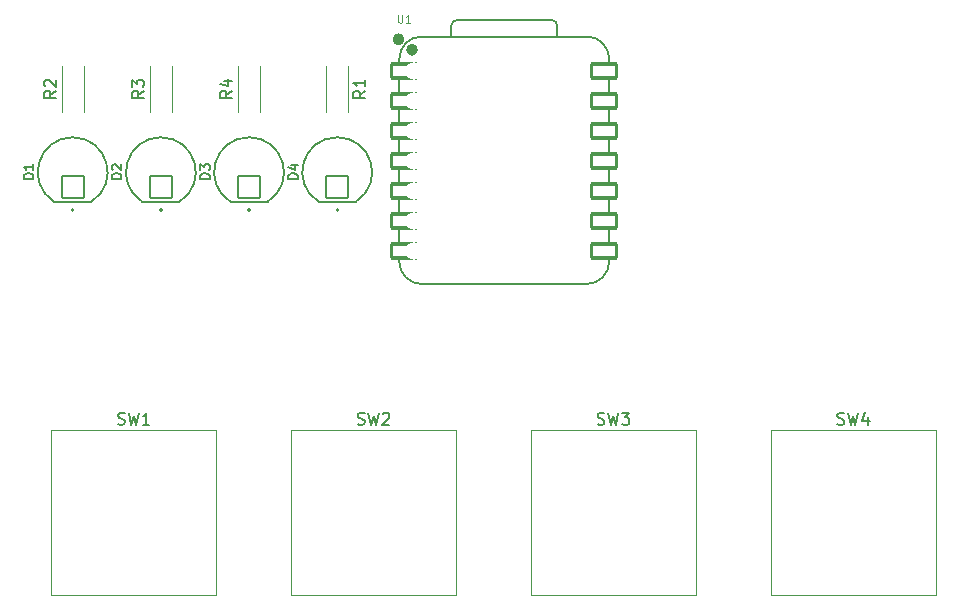
<source format=gbr>
%TF.GenerationSoftware,KiCad,Pcbnew,8.0.8*%
%TF.CreationDate,2025-07-03T12:07:37-04:00*%
%TF.ProjectId,pathfinder,70617468-6669-46e6-9465-722e6b696361,rev?*%
%TF.SameCoordinates,Original*%
%TF.FileFunction,Legend,Top*%
%TF.FilePolarity,Positive*%
%FSLAX46Y46*%
G04 Gerber Fmt 4.6, Leading zero omitted, Abs format (unit mm)*
G04 Created by KiCad (PCBNEW 8.0.8) date 2025-07-03 12:07:37*
%MOMM*%
%LPD*%
G01*
G04 APERTURE LIST*
G04 Aperture macros list*
%AMRoundRect*
0 Rectangle with rounded corners*
0 $1 Rounding radius*
0 $2 $3 $4 $5 $6 $7 $8 $9 X,Y pos of 4 corners*
0 Add a 4 corners polygon primitive as box body*
4,1,4,$2,$3,$4,$5,$6,$7,$8,$9,$2,$3,0*
0 Add four circle primitives for the rounded corners*
1,1,$1+$1,$2,$3*
1,1,$1+$1,$4,$5*
1,1,$1+$1,$6,$7*
1,1,$1+$1,$8,$9*
0 Add four rect primitives between the rounded corners*
20,1,$1+$1,$2,$3,$4,$5,0*
20,1,$1+$1,$4,$5,$6,$7,0*
20,1,$1+$1,$6,$7,$8,$9,0*
20,1,$1+$1,$8,$9,$2,$3,0*%
G04 Aperture macros list end*
%ADD10C,0.150000*%
%ADD11C,0.101600*%
%ADD12C,0.127000*%
%ADD13C,0.200000*%
%ADD14C,0.120000*%
%ADD15C,0.100000*%
%ADD16C,0.504000*%
%ADD17C,2.019000*%
%ADD18RoundRect,0.102000X0.907500X-0.907500X0.907500X0.907500X-0.907500X0.907500X-0.907500X-0.907500X0*%
%ADD19C,1.700000*%
%ADD20C,4.000000*%
%ADD21C,2.200000*%
%ADD22C,1.400000*%
%ADD23O,1.400000X1.400000*%
%ADD24RoundRect,0.152400X1.063600X0.609600X-1.063600X0.609600X-1.063600X-0.609600X1.063600X-0.609600X0*%
%ADD25C,1.524000*%
%ADD26RoundRect,0.152400X-1.063600X-0.609600X1.063600X-0.609600X1.063600X0.609600X-1.063600X0.609600X0*%
G04 APERTURE END LIST*
D10*
X95534295Y-76130475D02*
X94734295Y-76130475D01*
X94734295Y-76130475D02*
X94734295Y-75939999D01*
X94734295Y-75939999D02*
X94772390Y-75825713D01*
X94772390Y-75825713D02*
X94848580Y-75749523D01*
X94848580Y-75749523D02*
X94924771Y-75711428D01*
X94924771Y-75711428D02*
X95077152Y-75673332D01*
X95077152Y-75673332D02*
X95191438Y-75673332D01*
X95191438Y-75673332D02*
X95343819Y-75711428D01*
X95343819Y-75711428D02*
X95420009Y-75749523D01*
X95420009Y-75749523D02*
X95496200Y-75825713D01*
X95496200Y-75825713D02*
X95534295Y-75939999D01*
X95534295Y-75939999D02*
X95534295Y-76130475D01*
X95000961Y-74987618D02*
X95534295Y-74987618D01*
X94696200Y-75178094D02*
X95267628Y-75368571D01*
X95267628Y-75368571D02*
X95267628Y-74873332D01*
X100623333Y-96903200D02*
X100766190Y-96950819D01*
X100766190Y-96950819D02*
X101004285Y-96950819D01*
X101004285Y-96950819D02*
X101099523Y-96903200D01*
X101099523Y-96903200D02*
X101147142Y-96855580D01*
X101147142Y-96855580D02*
X101194761Y-96760342D01*
X101194761Y-96760342D02*
X101194761Y-96665104D01*
X101194761Y-96665104D02*
X101147142Y-96569866D01*
X101147142Y-96569866D02*
X101099523Y-96522247D01*
X101099523Y-96522247D02*
X101004285Y-96474628D01*
X101004285Y-96474628D02*
X100813809Y-96427009D01*
X100813809Y-96427009D02*
X100718571Y-96379390D01*
X100718571Y-96379390D02*
X100670952Y-96331771D01*
X100670952Y-96331771D02*
X100623333Y-96236533D01*
X100623333Y-96236533D02*
X100623333Y-96141295D01*
X100623333Y-96141295D02*
X100670952Y-96046057D01*
X100670952Y-96046057D02*
X100718571Y-95998438D01*
X100718571Y-95998438D02*
X100813809Y-95950819D01*
X100813809Y-95950819D02*
X101051904Y-95950819D01*
X101051904Y-95950819D02*
X101194761Y-95998438D01*
X101528095Y-95950819D02*
X101766190Y-96950819D01*
X101766190Y-96950819D02*
X101956666Y-96236533D01*
X101956666Y-96236533D02*
X102147142Y-96950819D01*
X102147142Y-96950819D02*
X102385238Y-95950819D01*
X102718571Y-96046057D02*
X102766190Y-95998438D01*
X102766190Y-95998438D02*
X102861428Y-95950819D01*
X102861428Y-95950819D02*
X103099523Y-95950819D01*
X103099523Y-95950819D02*
X103194761Y-95998438D01*
X103194761Y-95998438D02*
X103242380Y-96046057D01*
X103242380Y-96046057D02*
X103289999Y-96141295D01*
X103289999Y-96141295D02*
X103289999Y-96236533D01*
X103289999Y-96236533D02*
X103242380Y-96379390D01*
X103242380Y-96379390D02*
X102670952Y-96950819D01*
X102670952Y-96950819D02*
X103289999Y-96950819D01*
X120929999Y-96903200D02*
X121072856Y-96950819D01*
X121072856Y-96950819D02*
X121310951Y-96950819D01*
X121310951Y-96950819D02*
X121406189Y-96903200D01*
X121406189Y-96903200D02*
X121453808Y-96855580D01*
X121453808Y-96855580D02*
X121501427Y-96760342D01*
X121501427Y-96760342D02*
X121501427Y-96665104D01*
X121501427Y-96665104D02*
X121453808Y-96569866D01*
X121453808Y-96569866D02*
X121406189Y-96522247D01*
X121406189Y-96522247D02*
X121310951Y-96474628D01*
X121310951Y-96474628D02*
X121120475Y-96427009D01*
X121120475Y-96427009D02*
X121025237Y-96379390D01*
X121025237Y-96379390D02*
X120977618Y-96331771D01*
X120977618Y-96331771D02*
X120929999Y-96236533D01*
X120929999Y-96236533D02*
X120929999Y-96141295D01*
X120929999Y-96141295D02*
X120977618Y-96046057D01*
X120977618Y-96046057D02*
X121025237Y-95998438D01*
X121025237Y-95998438D02*
X121120475Y-95950819D01*
X121120475Y-95950819D02*
X121358570Y-95950819D01*
X121358570Y-95950819D02*
X121501427Y-95998438D01*
X121834761Y-95950819D02*
X122072856Y-96950819D01*
X122072856Y-96950819D02*
X122263332Y-96236533D01*
X122263332Y-96236533D02*
X122453808Y-96950819D01*
X122453808Y-96950819D02*
X122691904Y-95950819D01*
X122977618Y-95950819D02*
X123596665Y-95950819D01*
X123596665Y-95950819D02*
X123263332Y-96331771D01*
X123263332Y-96331771D02*
X123406189Y-96331771D01*
X123406189Y-96331771D02*
X123501427Y-96379390D01*
X123501427Y-96379390D02*
X123549046Y-96427009D01*
X123549046Y-96427009D02*
X123596665Y-96522247D01*
X123596665Y-96522247D02*
X123596665Y-96760342D01*
X123596665Y-96760342D02*
X123549046Y-96855580D01*
X123549046Y-96855580D02*
X123501427Y-96903200D01*
X123501427Y-96903200D02*
X123406189Y-96950819D01*
X123406189Y-96950819D02*
X123120475Y-96950819D01*
X123120475Y-96950819D02*
X123025237Y-96903200D01*
X123025237Y-96903200D02*
X122977618Y-96855580D01*
X141236667Y-96903200D02*
X141379524Y-96950819D01*
X141379524Y-96950819D02*
X141617619Y-96950819D01*
X141617619Y-96950819D02*
X141712857Y-96903200D01*
X141712857Y-96903200D02*
X141760476Y-96855580D01*
X141760476Y-96855580D02*
X141808095Y-96760342D01*
X141808095Y-96760342D02*
X141808095Y-96665104D01*
X141808095Y-96665104D02*
X141760476Y-96569866D01*
X141760476Y-96569866D02*
X141712857Y-96522247D01*
X141712857Y-96522247D02*
X141617619Y-96474628D01*
X141617619Y-96474628D02*
X141427143Y-96427009D01*
X141427143Y-96427009D02*
X141331905Y-96379390D01*
X141331905Y-96379390D02*
X141284286Y-96331771D01*
X141284286Y-96331771D02*
X141236667Y-96236533D01*
X141236667Y-96236533D02*
X141236667Y-96141295D01*
X141236667Y-96141295D02*
X141284286Y-96046057D01*
X141284286Y-96046057D02*
X141331905Y-95998438D01*
X141331905Y-95998438D02*
X141427143Y-95950819D01*
X141427143Y-95950819D02*
X141665238Y-95950819D01*
X141665238Y-95950819D02*
X141808095Y-95998438D01*
X142141429Y-95950819D02*
X142379524Y-96950819D01*
X142379524Y-96950819D02*
X142570000Y-96236533D01*
X142570000Y-96236533D02*
X142760476Y-96950819D01*
X142760476Y-96950819D02*
X142998572Y-95950819D01*
X143808095Y-96284152D02*
X143808095Y-96950819D01*
X143570000Y-95903200D02*
X143331905Y-96617485D01*
X143331905Y-96617485D02*
X143950952Y-96617485D01*
X101254819Y-68696666D02*
X100778628Y-69029999D01*
X101254819Y-69268094D02*
X100254819Y-69268094D01*
X100254819Y-69268094D02*
X100254819Y-68887142D01*
X100254819Y-68887142D02*
X100302438Y-68791904D01*
X100302438Y-68791904D02*
X100350057Y-68744285D01*
X100350057Y-68744285D02*
X100445295Y-68696666D01*
X100445295Y-68696666D02*
X100588152Y-68696666D01*
X100588152Y-68696666D02*
X100683390Y-68744285D01*
X100683390Y-68744285D02*
X100731009Y-68791904D01*
X100731009Y-68791904D02*
X100778628Y-68887142D01*
X100778628Y-68887142D02*
X100778628Y-69268094D01*
X101254819Y-67744285D02*
X101254819Y-68315713D01*
X101254819Y-68029999D02*
X100254819Y-68029999D01*
X100254819Y-68029999D02*
X100397676Y-68125237D01*
X100397676Y-68125237D02*
X100492914Y-68220475D01*
X100492914Y-68220475D02*
X100540533Y-68315713D01*
X75074819Y-68696666D02*
X74598628Y-69029999D01*
X75074819Y-69268094D02*
X74074819Y-69268094D01*
X74074819Y-69268094D02*
X74074819Y-68887142D01*
X74074819Y-68887142D02*
X74122438Y-68791904D01*
X74122438Y-68791904D02*
X74170057Y-68744285D01*
X74170057Y-68744285D02*
X74265295Y-68696666D01*
X74265295Y-68696666D02*
X74408152Y-68696666D01*
X74408152Y-68696666D02*
X74503390Y-68744285D01*
X74503390Y-68744285D02*
X74551009Y-68791904D01*
X74551009Y-68791904D02*
X74598628Y-68887142D01*
X74598628Y-68887142D02*
X74598628Y-69268094D01*
X74170057Y-68315713D02*
X74122438Y-68268094D01*
X74122438Y-68268094D02*
X74074819Y-68172856D01*
X74074819Y-68172856D02*
X74074819Y-67934761D01*
X74074819Y-67934761D02*
X74122438Y-67839523D01*
X74122438Y-67839523D02*
X74170057Y-67791904D01*
X74170057Y-67791904D02*
X74265295Y-67744285D01*
X74265295Y-67744285D02*
X74360533Y-67744285D01*
X74360533Y-67744285D02*
X74503390Y-67791904D01*
X74503390Y-67791904D02*
X75074819Y-68363332D01*
X75074819Y-68363332D02*
X75074819Y-67744285D01*
X73138977Y-76130475D02*
X72338977Y-76130475D01*
X72338977Y-76130475D02*
X72338977Y-75939999D01*
X72338977Y-75939999D02*
X72377072Y-75825713D01*
X72377072Y-75825713D02*
X72453262Y-75749523D01*
X72453262Y-75749523D02*
X72529453Y-75711428D01*
X72529453Y-75711428D02*
X72681834Y-75673332D01*
X72681834Y-75673332D02*
X72796120Y-75673332D01*
X72796120Y-75673332D02*
X72948501Y-75711428D01*
X72948501Y-75711428D02*
X73024691Y-75749523D01*
X73024691Y-75749523D02*
X73100882Y-75825713D01*
X73100882Y-75825713D02*
X73138977Y-75939999D01*
X73138977Y-75939999D02*
X73138977Y-76130475D01*
X73138977Y-74911428D02*
X73138977Y-75368571D01*
X73138977Y-75139999D02*
X72338977Y-75139999D01*
X72338977Y-75139999D02*
X72453262Y-75216190D01*
X72453262Y-75216190D02*
X72529453Y-75292380D01*
X72529453Y-75292380D02*
X72567548Y-75368571D01*
X89968151Y-68696666D02*
X89491960Y-69029999D01*
X89968151Y-69268094D02*
X88968151Y-69268094D01*
X88968151Y-69268094D02*
X88968151Y-68887142D01*
X88968151Y-68887142D02*
X89015770Y-68791904D01*
X89015770Y-68791904D02*
X89063389Y-68744285D01*
X89063389Y-68744285D02*
X89158627Y-68696666D01*
X89158627Y-68696666D02*
X89301484Y-68696666D01*
X89301484Y-68696666D02*
X89396722Y-68744285D01*
X89396722Y-68744285D02*
X89444341Y-68791904D01*
X89444341Y-68791904D02*
X89491960Y-68887142D01*
X89491960Y-68887142D02*
X89491960Y-69268094D01*
X89301484Y-67839523D02*
X89968151Y-67839523D01*
X88920532Y-68077618D02*
X89634817Y-68315713D01*
X89634817Y-68315713D02*
X89634817Y-67696666D01*
X80316667Y-96903200D02*
X80459524Y-96950819D01*
X80459524Y-96950819D02*
X80697619Y-96950819D01*
X80697619Y-96950819D02*
X80792857Y-96903200D01*
X80792857Y-96903200D02*
X80840476Y-96855580D01*
X80840476Y-96855580D02*
X80888095Y-96760342D01*
X80888095Y-96760342D02*
X80888095Y-96665104D01*
X80888095Y-96665104D02*
X80840476Y-96569866D01*
X80840476Y-96569866D02*
X80792857Y-96522247D01*
X80792857Y-96522247D02*
X80697619Y-96474628D01*
X80697619Y-96474628D02*
X80507143Y-96427009D01*
X80507143Y-96427009D02*
X80411905Y-96379390D01*
X80411905Y-96379390D02*
X80364286Y-96331771D01*
X80364286Y-96331771D02*
X80316667Y-96236533D01*
X80316667Y-96236533D02*
X80316667Y-96141295D01*
X80316667Y-96141295D02*
X80364286Y-96046057D01*
X80364286Y-96046057D02*
X80411905Y-95998438D01*
X80411905Y-95998438D02*
X80507143Y-95950819D01*
X80507143Y-95950819D02*
X80745238Y-95950819D01*
X80745238Y-95950819D02*
X80888095Y-95998438D01*
X81221429Y-95950819D02*
X81459524Y-96950819D01*
X81459524Y-96950819D02*
X81650000Y-96236533D01*
X81650000Y-96236533D02*
X81840476Y-96950819D01*
X81840476Y-96950819D02*
X82078572Y-95950819D01*
X82983333Y-96950819D02*
X82411905Y-96950819D01*
X82697619Y-96950819D02*
X82697619Y-95950819D01*
X82697619Y-95950819D02*
X82602381Y-96093676D01*
X82602381Y-96093676D02*
X82507143Y-96188914D01*
X82507143Y-96188914D02*
X82411905Y-96236533D01*
X80604083Y-76130475D02*
X79804083Y-76130475D01*
X79804083Y-76130475D02*
X79804083Y-75939999D01*
X79804083Y-75939999D02*
X79842178Y-75825713D01*
X79842178Y-75825713D02*
X79918368Y-75749523D01*
X79918368Y-75749523D02*
X79994559Y-75711428D01*
X79994559Y-75711428D02*
X80146940Y-75673332D01*
X80146940Y-75673332D02*
X80261226Y-75673332D01*
X80261226Y-75673332D02*
X80413607Y-75711428D01*
X80413607Y-75711428D02*
X80489797Y-75749523D01*
X80489797Y-75749523D02*
X80565988Y-75825713D01*
X80565988Y-75825713D02*
X80604083Y-75939999D01*
X80604083Y-75939999D02*
X80604083Y-76130475D01*
X79880273Y-75368571D02*
X79842178Y-75330475D01*
X79842178Y-75330475D02*
X79804083Y-75254285D01*
X79804083Y-75254285D02*
X79804083Y-75063809D01*
X79804083Y-75063809D02*
X79842178Y-74987618D01*
X79842178Y-74987618D02*
X79880273Y-74949523D01*
X79880273Y-74949523D02*
X79956464Y-74911428D01*
X79956464Y-74911428D02*
X80032654Y-74911428D01*
X80032654Y-74911428D02*
X80146940Y-74949523D01*
X80146940Y-74949523D02*
X80604083Y-75406666D01*
X80604083Y-75406666D02*
X80604083Y-74911428D01*
D11*
X104036190Y-62283479D02*
X104036190Y-62797526D01*
X104036190Y-62797526D02*
X104066428Y-62858002D01*
X104066428Y-62858002D02*
X104096666Y-62888241D01*
X104096666Y-62888241D02*
X104157142Y-62918479D01*
X104157142Y-62918479D02*
X104278095Y-62918479D01*
X104278095Y-62918479D02*
X104338571Y-62888241D01*
X104338571Y-62888241D02*
X104368809Y-62858002D01*
X104368809Y-62858002D02*
X104399047Y-62797526D01*
X104399047Y-62797526D02*
X104399047Y-62283479D01*
X105034047Y-62918479D02*
X104671190Y-62918479D01*
X104852618Y-62918479D02*
X104852618Y-62283479D01*
X104852618Y-62283479D02*
X104792142Y-62374193D01*
X104792142Y-62374193D02*
X104731666Y-62434669D01*
X104731666Y-62434669D02*
X104671190Y-62464907D01*
D10*
X82521485Y-68696666D02*
X82045294Y-69029999D01*
X82521485Y-69268094D02*
X81521485Y-69268094D01*
X81521485Y-69268094D02*
X81521485Y-68887142D01*
X81521485Y-68887142D02*
X81569104Y-68791904D01*
X81569104Y-68791904D02*
X81616723Y-68744285D01*
X81616723Y-68744285D02*
X81711961Y-68696666D01*
X81711961Y-68696666D02*
X81854818Y-68696666D01*
X81854818Y-68696666D02*
X81950056Y-68744285D01*
X81950056Y-68744285D02*
X81997675Y-68791904D01*
X81997675Y-68791904D02*
X82045294Y-68887142D01*
X82045294Y-68887142D02*
X82045294Y-69268094D01*
X81521485Y-68363332D02*
X81521485Y-67744285D01*
X81521485Y-67744285D02*
X81902437Y-68077618D01*
X81902437Y-68077618D02*
X81902437Y-67934761D01*
X81902437Y-67934761D02*
X81950056Y-67839523D01*
X81950056Y-67839523D02*
X81997675Y-67791904D01*
X81997675Y-67791904D02*
X82092913Y-67744285D01*
X82092913Y-67744285D02*
X82331008Y-67744285D01*
X82331008Y-67744285D02*
X82426246Y-67791904D01*
X82426246Y-67791904D02*
X82473866Y-67839523D01*
X82473866Y-67839523D02*
X82521485Y-67934761D01*
X82521485Y-67934761D02*
X82521485Y-68220475D01*
X82521485Y-68220475D02*
X82473866Y-68315713D01*
X82473866Y-68315713D02*
X82426246Y-68363332D01*
X88069189Y-76130475D02*
X87269189Y-76130475D01*
X87269189Y-76130475D02*
X87269189Y-75939999D01*
X87269189Y-75939999D02*
X87307284Y-75825713D01*
X87307284Y-75825713D02*
X87383474Y-75749523D01*
X87383474Y-75749523D02*
X87459665Y-75711428D01*
X87459665Y-75711428D02*
X87612046Y-75673332D01*
X87612046Y-75673332D02*
X87726332Y-75673332D01*
X87726332Y-75673332D02*
X87878713Y-75711428D01*
X87878713Y-75711428D02*
X87954903Y-75749523D01*
X87954903Y-75749523D02*
X88031094Y-75825713D01*
X88031094Y-75825713D02*
X88069189Y-75939999D01*
X88069189Y-75939999D02*
X88069189Y-76130475D01*
X87269189Y-75406666D02*
X87269189Y-74911428D01*
X87269189Y-74911428D02*
X87573951Y-75178094D01*
X87573951Y-75178094D02*
X87573951Y-75063809D01*
X87573951Y-75063809D02*
X87612046Y-74987618D01*
X87612046Y-74987618D02*
X87650141Y-74949523D01*
X87650141Y-74949523D02*
X87726332Y-74911428D01*
X87726332Y-74911428D02*
X87916808Y-74911428D01*
X87916808Y-74911428D02*
X87992998Y-74949523D01*
X87992998Y-74949523D02*
X88031094Y-74987618D01*
X88031094Y-74987618D02*
X88069189Y-75063809D01*
X88069189Y-75063809D02*
X88069189Y-75292380D01*
X88069189Y-75292380D02*
X88031094Y-75368571D01*
X88031094Y-75368571D02*
X87992998Y-75406666D01*
D12*
%TO.C,D4*%
X97314000Y-78080000D02*
X100446000Y-78080000D01*
X97314000Y-78080000D02*
G75*
G02*
X100446000Y-78080000I1566000J2506124D01*
G01*
D13*
X98980000Y-78780000D02*
G75*
G02*
X98780000Y-78780000I-100000J0D01*
G01*
X98780000Y-78780000D02*
G75*
G02*
X98980000Y-78780000I100000J0D01*
G01*
D14*
%TO.C,SW2*%
X94971666Y-97385000D02*
X108941666Y-97385000D01*
X94971666Y-111355000D02*
X94971666Y-97385000D01*
X108941666Y-97385000D02*
X108941666Y-111355000D01*
X108941666Y-111355000D02*
X94971666Y-111355000D01*
%TO.C,SW3*%
X115278332Y-97385000D02*
X129248332Y-97385000D01*
X115278332Y-111355000D02*
X115278332Y-97385000D01*
X129248332Y-97385000D02*
X129248332Y-111355000D01*
X129248332Y-111355000D02*
X115278332Y-111355000D01*
%TO.C,SW4*%
X135585000Y-97385000D02*
X149555000Y-97385000D01*
X135585000Y-111355000D02*
X135585000Y-97385000D01*
X149555000Y-97385000D02*
X149555000Y-111355000D01*
X149555000Y-111355000D02*
X135585000Y-111355000D01*
%TO.C,R1*%
X97960000Y-66610000D02*
X97960000Y-70450000D01*
X99800000Y-66610000D02*
X99800000Y-70450000D01*
%TO.C,R2*%
X75620000Y-70450000D02*
X75620000Y-66610000D01*
X77460000Y-70450000D02*
X77460000Y-66610000D01*
D12*
%TO.C,D1*%
X74918682Y-78080000D02*
X78050682Y-78080000D01*
X74918682Y-78080000D02*
G75*
G02*
X78050682Y-78080000I1566000J2506124D01*
G01*
D13*
X76584682Y-78780000D02*
G75*
G02*
X76384682Y-78780000I-100000J0D01*
G01*
X76384682Y-78780000D02*
G75*
G02*
X76584682Y-78780000I100000J0D01*
G01*
D14*
%TO.C,R4*%
X90513332Y-70450000D02*
X90513332Y-66610000D01*
X92353332Y-70450000D02*
X92353332Y-66610000D01*
%TO.C,SW1*%
X74665000Y-97385000D02*
X88635000Y-97385000D01*
X74665000Y-111355000D02*
X74665000Y-97385000D01*
X88635000Y-97385000D02*
X88635000Y-111355000D01*
X88635000Y-111355000D02*
X74665000Y-111355000D01*
D12*
%TO.C,D2*%
X82383788Y-78080000D02*
X85515788Y-78080000D01*
X82383788Y-78080000D02*
G75*
G02*
X85515788Y-78080000I1566000J2506124D01*
G01*
D13*
X84049788Y-78780000D02*
G75*
G02*
X83849788Y-78780000I-100000J0D01*
G01*
X83849788Y-78780000D02*
G75*
G02*
X84049788Y-78780000I100000J0D01*
G01*
D12*
%TO.C,U1*%
X104130000Y-83139000D02*
X104130000Y-65994000D01*
X106035000Y-85044000D02*
X120005000Y-85044000D01*
X108525000Y-64089000D02*
X108528728Y-63178728D01*
X109028728Y-62679000D02*
X117024000Y-62679000D01*
X117524000Y-63179000D02*
X117524000Y-64089000D01*
D15*
X120005000Y-64089000D02*
X106035000Y-64089000D01*
D12*
X120005000Y-64089000D02*
X106035000Y-64089000D01*
X121910000Y-83139000D02*
X121910000Y-65994000D01*
X104130000Y-65994000D02*
G75*
G02*
X106035000Y-64089000I1905001J-1D01*
G01*
X106035000Y-85044000D02*
G75*
G02*
X104130000Y-83139000I1J1905001D01*
G01*
X108528728Y-63178728D02*
G75*
G02*
X109028728Y-62679001I500018J-291D01*
G01*
X117024000Y-62679000D02*
G75*
G02*
X117524000Y-63179000I0J-500000D01*
G01*
X120005000Y-64089000D02*
G75*
G02*
X121910000Y-65994000I0J-1905000D01*
G01*
X121910000Y-83139000D02*
G75*
G02*
X120005000Y-85044000I-1905000J0D01*
G01*
D16*
X104322000Y-64330000D02*
G75*
G02*
X103818000Y-64330000I-252000J0D01*
G01*
X103818000Y-64330000D02*
G75*
G02*
X104322000Y-64330000I252000J0D01*
G01*
X105465000Y-65210000D02*
G75*
G02*
X104961000Y-65210000I-252000J0D01*
G01*
X104961000Y-65210000D02*
G75*
G02*
X105465000Y-65210000I252000J0D01*
G01*
D14*
%TO.C,R3*%
X83066666Y-70450000D02*
X83066666Y-66610000D01*
X84906666Y-70450000D02*
X84906666Y-66610000D01*
D12*
%TO.C,D3*%
X89848894Y-78080000D02*
X92980894Y-78080000D01*
X89848894Y-78080000D02*
G75*
G02*
X92980894Y-78080000I1566000J2506124D01*
G01*
D13*
X91514894Y-78780000D02*
G75*
G02*
X91314894Y-78780000I-100000J0D01*
G01*
X91314894Y-78780000D02*
G75*
G02*
X91514894Y-78780000I100000J0D01*
G01*
%TD*%
%LPC*%
D17*
%TO.C,D4*%
X98880000Y-74310000D03*
D18*
X98880000Y-76850000D03*
%TD*%
D19*
%TO.C,SW2*%
X96876666Y-104370000D03*
D20*
X101956666Y-104370000D03*
D19*
X107036666Y-104370000D03*
D21*
X104496666Y-99290000D03*
X98146666Y-101830000D03*
%TD*%
D19*
%TO.C,SW3*%
X117183332Y-104370000D03*
D20*
X122263332Y-104370000D03*
D19*
X127343332Y-104370000D03*
D21*
X124803332Y-99290000D03*
X118453332Y-101830000D03*
%TD*%
D19*
%TO.C,SW4*%
X137490000Y-104370000D03*
D20*
X142570000Y-104370000D03*
D19*
X147650000Y-104370000D03*
D21*
X145110000Y-99290000D03*
X138760000Y-101830000D03*
%TD*%
D22*
%TO.C,R1*%
X98880000Y-65990000D03*
D23*
X98880000Y-71070000D03*
%TD*%
D22*
%TO.C,R2*%
X76540000Y-71070000D03*
D23*
X76540000Y-65990000D03*
%TD*%
D17*
%TO.C,D1*%
X76484682Y-74310000D03*
D18*
X76484682Y-76850000D03*
%TD*%
D22*
%TO.C,R4*%
X91433332Y-71070000D03*
D23*
X91433332Y-65990000D03*
%TD*%
D19*
%TO.C,SW1*%
X76570000Y-104370000D03*
D20*
X81650000Y-104370000D03*
D19*
X86730000Y-104370000D03*
D21*
X84190000Y-99290000D03*
X77840000Y-101830000D03*
%TD*%
D17*
%TO.C,D2*%
X83949788Y-74310000D03*
D18*
X83949788Y-76850000D03*
%TD*%
D24*
%TO.C,U1*%
X104565000Y-67010000D03*
D25*
X105400000Y-67010000D03*
D24*
X104565000Y-69550000D03*
D25*
X105400000Y-69550000D03*
D24*
X104565000Y-72090000D03*
D25*
X105400000Y-72090000D03*
D24*
X104565000Y-74630000D03*
D25*
X105400000Y-74630000D03*
D24*
X104565000Y-77170000D03*
D25*
X105400000Y-77170000D03*
D24*
X104565000Y-79710000D03*
D25*
X105400000Y-79710000D03*
D24*
X104565000Y-82250000D03*
D25*
X105400000Y-82250000D03*
X120640000Y-82250000D03*
D26*
X121475000Y-82250000D03*
D25*
X120640000Y-79710000D03*
D26*
X121475000Y-79710000D03*
D25*
X120640000Y-77170000D03*
D26*
X121475000Y-77170000D03*
D25*
X120640000Y-74630000D03*
D26*
X121475000Y-74630000D03*
D25*
X120640000Y-72090000D03*
D26*
X121475000Y-72090000D03*
D25*
X120640000Y-69550000D03*
D26*
X121475000Y-69550000D03*
D25*
X120640000Y-67010000D03*
D26*
X121475000Y-67010000D03*
%TD*%
D22*
%TO.C,R3*%
X83986666Y-71070000D03*
D23*
X83986666Y-65990000D03*
%TD*%
D17*
%TO.C,D3*%
X91414894Y-74310000D03*
D18*
X91414894Y-76850000D03*
%TD*%
%LPD*%
M02*

</source>
